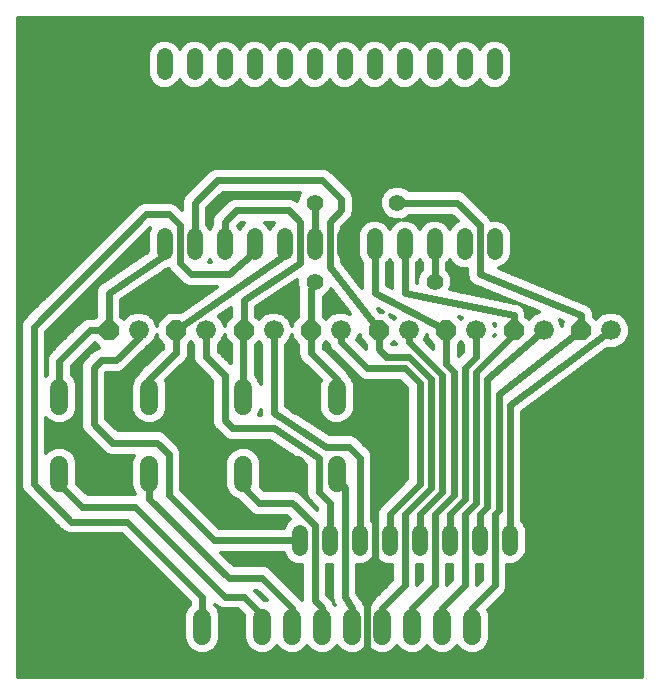
<source format=gbl>
G75*
G70*
%OFA0B0*%
%FSLAX24Y24*%
%IPPOS*%
%LPD*%
%AMOC8*
5,1,8,0,0,1.08239X$1,22.5*
%
%ADD10OC8,0.0660*%
%ADD11C,0.0660*%
%ADD12C,0.0600*%
%ADD13C,0.0520*%
%ADD14C,0.2300*%
%ADD15C,0.0240*%
%ADD16C,0.0120*%
%ADD17C,0.0560*%
D10*
X003601Y012106D03*
X005851Y012106D03*
X008101Y012106D03*
X010351Y012106D03*
X012601Y012106D03*
X014851Y012106D03*
X017101Y012106D03*
X019351Y012106D03*
D11*
X020351Y012106D03*
X018101Y012106D03*
X015851Y012106D03*
X013601Y012106D03*
X011351Y012106D03*
X009101Y012106D03*
X006851Y012106D03*
X004601Y012106D03*
D12*
X004961Y010186D02*
X004961Y009586D01*
X003741Y009586D02*
X003741Y010186D01*
X001961Y010186D02*
X001961Y009586D01*
X001961Y007626D02*
X001961Y007026D01*
X003741Y007026D02*
X003741Y007626D01*
X004961Y007626D02*
X004961Y007026D01*
X006741Y007026D02*
X006741Y007626D01*
X008086Y007626D02*
X008086Y007026D01*
X009866Y007026D02*
X009866Y007626D01*
X011211Y007626D02*
X011211Y007026D01*
X012991Y007026D02*
X012991Y007626D01*
X012991Y009586D02*
X012991Y010186D01*
X011211Y010186D02*
X011211Y009586D01*
X009866Y009586D02*
X009866Y010186D01*
X008086Y010186D02*
X008086Y009586D01*
X006741Y009586D02*
X006741Y010186D01*
X006726Y002531D02*
X006726Y001931D01*
X007726Y001931D02*
X007726Y002531D01*
X008726Y002531D02*
X008726Y001931D01*
X009726Y001931D02*
X009726Y002531D01*
X010726Y002531D02*
X010726Y001931D01*
X011726Y001931D02*
X011726Y002531D01*
X012726Y002531D02*
X012726Y001931D01*
X013726Y001931D02*
X013726Y002531D01*
X014726Y002531D02*
X014726Y001931D01*
X015726Y001931D02*
X015726Y002531D01*
D13*
X015976Y004846D02*
X015976Y005366D01*
X014976Y005366D02*
X014976Y004846D01*
X013976Y004846D02*
X013976Y005366D01*
X012976Y005366D02*
X012976Y004846D01*
X011976Y004846D02*
X011976Y005366D01*
X010976Y005366D02*
X010976Y004846D01*
X009976Y004846D02*
X009976Y005366D01*
X016976Y005366D02*
X016976Y004846D01*
X017976Y004846D02*
X017976Y005366D01*
X016476Y014721D02*
X016476Y015241D01*
X015476Y015241D02*
X015476Y014721D01*
X014476Y014721D02*
X014476Y015241D01*
X013476Y015241D02*
X013476Y014721D01*
X012476Y014721D02*
X012476Y015241D01*
X011476Y015241D02*
X011476Y014721D01*
X010476Y014721D02*
X010476Y015241D01*
X009476Y015241D02*
X009476Y014721D01*
X008476Y014721D02*
X008476Y015241D01*
X007476Y015241D02*
X007476Y014721D01*
X006476Y014721D02*
X006476Y015241D01*
X005476Y015241D02*
X005476Y014721D01*
X005476Y020721D02*
X005476Y021241D01*
X006476Y021241D02*
X006476Y020721D01*
X007476Y020721D02*
X007476Y021241D01*
X008476Y021241D02*
X008476Y020721D01*
X009476Y020721D02*
X009476Y021241D01*
X010476Y021241D02*
X010476Y020721D01*
X011476Y020721D02*
X011476Y021241D01*
X012476Y021241D02*
X012476Y020721D01*
X013476Y020721D02*
X013476Y021241D01*
X014476Y021241D02*
X014476Y020721D01*
X015476Y020721D02*
X015476Y021241D01*
X016476Y021241D02*
X016476Y020721D01*
D14*
X019101Y020731D03*
X002851Y020731D03*
X002851Y002856D03*
X019101Y002856D03*
D15*
X019601Y005106D01*
X021226Y006731D01*
X021226Y013106D01*
X016601Y017106D01*
X019101Y020731D01*
X016601Y017106D02*
X012976Y017106D01*
X010601Y019606D01*
X003976Y019606D01*
X002851Y020731D01*
X007226Y017106D02*
X006476Y016356D01*
X006476Y014981D01*
X005976Y015606D02*
X005976Y014356D01*
X006351Y013981D01*
X007601Y013981D01*
X008351Y014606D01*
X008476Y014981D01*
X007476Y014981D02*
X007476Y015731D01*
X007851Y016106D01*
X009601Y016106D01*
X009976Y015731D01*
X009976Y014356D01*
X008101Y013106D01*
X008101Y012106D01*
X008101Y011981D01*
X008086Y011996D01*
X008086Y009886D01*
X007476Y010606D02*
X007476Y009106D01*
X007726Y008856D01*
X009101Y008856D01*
X010601Y007856D01*
X010601Y006731D01*
X010976Y006356D01*
X010976Y005106D01*
X010476Y005606D02*
X010476Y003106D01*
X010726Y002856D01*
X010726Y002231D01*
X009726Y002231D02*
X009726Y002856D01*
X008726Y003856D01*
X007601Y003856D01*
X004961Y006496D01*
X004961Y007326D01*
X005601Y007981D02*
X005601Y006606D01*
X007101Y005106D01*
X009976Y005106D01*
X010476Y005606D02*
X009726Y006356D01*
X008601Y006356D01*
X008211Y006746D01*
X008086Y007326D01*
X009476Y009106D02*
X010851Y008231D01*
X011601Y008231D01*
X011976Y007856D01*
X011976Y005106D01*
X012976Y005106D02*
X012976Y005981D01*
X013976Y006981D01*
X013976Y010356D01*
X013476Y010856D01*
X012226Y010856D01*
X011351Y011731D01*
X011351Y012106D01*
X010351Y012106D02*
X010351Y011356D01*
X011211Y010496D01*
X011211Y009886D01*
X012601Y011481D02*
X012851Y011231D01*
X013601Y011231D01*
X014351Y010481D01*
X014351Y006856D01*
X013476Y005981D01*
X013476Y003606D01*
X012726Y002856D01*
X012726Y002231D01*
X011726Y002231D02*
X011726Y002856D01*
X011476Y003231D01*
X011476Y006856D01*
X011211Y007246D01*
X011211Y007326D01*
X012476Y006481D02*
X012476Y003731D01*
X012226Y003481D01*
X012226Y000981D01*
X012101Y000856D01*
X007726Y000856D01*
X007101Y000856D02*
X007726Y001481D01*
X007726Y002231D01*
X007726Y001606D01*
X008351Y000981D01*
X016976Y000981D01*
X017476Y001481D01*
X017476Y003481D01*
X017976Y003981D01*
X017976Y005106D01*
X019601Y005106D01*
X016976Y005106D02*
X016976Y009606D01*
X020351Y012106D01*
X019351Y012106D02*
X016601Y009981D01*
X016601Y006106D01*
X016476Y005981D01*
X016476Y003606D01*
X015726Y002856D01*
X015726Y002231D01*
X014726Y002231D02*
X014726Y002856D01*
X015476Y003606D01*
X015476Y005981D01*
X015851Y006356D01*
X015851Y010731D01*
X017101Y011981D01*
X017101Y012106D01*
X017101Y012606D01*
X013476Y013356D01*
X013476Y014981D01*
X014476Y014981D02*
X014476Y013731D01*
X015976Y013981D02*
X015976Y015606D01*
X015226Y016356D01*
X013226Y016356D01*
X012976Y017106D02*
X012726Y017106D01*
X012101Y016481D01*
X012101Y015981D01*
X011476Y015356D01*
X011476Y014981D01*
X010976Y014231D02*
X010976Y015731D01*
X011351Y016106D01*
X011351Y016481D01*
X010726Y017106D01*
X007226Y017106D01*
X005976Y015606D02*
X005601Y015981D01*
X004851Y015981D01*
X001101Y012231D01*
X001101Y006981D01*
X002351Y005731D01*
X004226Y005731D01*
X006726Y003231D01*
X006726Y002231D01*
X007476Y003231D02*
X008101Y003231D01*
X008601Y002731D01*
X008601Y002356D01*
X008726Y002231D01*
X007476Y003231D02*
X004476Y006231D01*
X002726Y006231D01*
X001961Y006996D01*
X001961Y007326D01*
X003101Y008981D02*
X003726Y008356D01*
X005226Y008356D01*
X005601Y007981D01*
X004961Y009886D02*
X004961Y010496D01*
X005851Y011356D01*
X005851Y012106D01*
X009476Y014606D01*
X009476Y014981D01*
X010476Y014981D02*
X010476Y016356D01*
X010976Y014231D02*
X012601Y012106D01*
X012601Y011481D01*
X013601Y011731D02*
X014726Y010606D01*
X014726Y006731D01*
X013976Y005981D01*
X013976Y005106D01*
X014476Y005981D02*
X014476Y003606D01*
X013726Y002856D01*
X013726Y002231D01*
X014976Y005106D02*
X014976Y005981D01*
X015476Y006481D01*
X015476Y010856D01*
X015851Y011231D01*
X015851Y012106D01*
X014851Y012106D02*
X014851Y010981D01*
X015101Y010731D01*
X015101Y006606D01*
X014476Y005981D01*
X012976Y006981D02*
X012976Y007231D01*
X012976Y006981D02*
X012476Y006481D01*
X009476Y009106D02*
X009101Y009356D01*
X009101Y012106D01*
X010351Y012106D02*
X010351Y013481D01*
X010476Y013606D01*
X010476Y013731D01*
X012476Y013356D02*
X012476Y014981D01*
X012476Y013356D02*
X014851Y012106D01*
X013601Y012106D02*
X013601Y011731D01*
X015976Y013981D02*
X019351Y012606D01*
X019351Y012106D01*
X018101Y012106D02*
X016226Y010481D01*
X016226Y006231D01*
X015976Y005981D01*
X015976Y005106D01*
X007476Y010606D02*
X006851Y011231D01*
X006851Y012106D01*
X004601Y012106D02*
X004601Y011856D01*
X003851Y011106D01*
X003351Y011106D01*
X003101Y010856D01*
X003101Y008981D01*
X001961Y009886D02*
X001961Y011091D01*
X002976Y012106D01*
X003601Y012106D01*
X003601Y013356D01*
X005476Y014606D01*
X005476Y014981D01*
X002851Y002856D02*
X004601Y000856D01*
X007101Y000856D01*
D16*
X000565Y000566D02*
X000565Y022513D01*
X021391Y022513D01*
X021391Y000566D01*
X000565Y000566D01*
X000565Y000598D02*
X021391Y000598D01*
X021391Y000716D02*
X000565Y000716D01*
X000565Y000835D02*
X021391Y000835D01*
X021391Y000953D02*
X000565Y000953D01*
X000565Y001072D02*
X021391Y001072D01*
X021391Y001190D02*
X000565Y001190D01*
X000565Y001309D02*
X021391Y001309D01*
X021391Y001427D02*
X016070Y001427D01*
X016065Y001423D02*
X016234Y001591D01*
X016326Y001812D01*
X016326Y002651D01*
X016264Y002800D01*
X016832Y003368D01*
X016896Y003523D01*
X016896Y003690D01*
X016896Y004286D01*
X017087Y004286D01*
X017293Y004372D01*
X017450Y004529D01*
X017536Y004735D01*
X017536Y005478D01*
X017450Y005684D01*
X017396Y005738D01*
X017396Y009395D01*
X020213Y011482D01*
X020225Y011476D01*
X020476Y011476D01*
X020707Y011572D01*
X020885Y011749D01*
X020981Y011981D01*
X020981Y012232D01*
X020885Y012463D01*
X020707Y012640D01*
X020476Y012736D01*
X020225Y012736D01*
X019994Y012640D01*
X019851Y012497D01*
X019771Y012577D01*
X019771Y012605D01*
X019771Y012690D01*
X019770Y012691D01*
X019770Y012692D01*
X019738Y012768D01*
X019707Y012844D01*
X019706Y012845D01*
X019705Y012846D01*
X019644Y012907D01*
X019588Y012962D01*
X019587Y012963D01*
X019586Y012964D01*
X019509Y012995D01*
X019434Y013026D01*
X019433Y013026D01*
X016617Y014174D01*
X016793Y014247D01*
X016950Y014404D01*
X017036Y014610D01*
X017036Y015353D01*
X016950Y015559D01*
X016793Y015716D01*
X016587Y015801D01*
X016364Y015801D01*
X016351Y015796D01*
X016332Y015844D01*
X015582Y016594D01*
X015463Y016712D01*
X015309Y016776D01*
X013626Y016776D01*
X013554Y016848D01*
X013341Y016936D01*
X013110Y016936D01*
X012897Y016848D01*
X012734Y016685D01*
X012646Y016472D01*
X012646Y016241D01*
X012734Y016028D01*
X012897Y015865D01*
X013110Y015776D01*
X013304Y015776D01*
X013158Y015716D01*
X013001Y015559D01*
X012976Y015497D01*
X012950Y015559D01*
X012793Y015716D01*
X012587Y015801D01*
X012364Y015801D01*
X012158Y015716D01*
X012001Y015559D01*
X011916Y015353D01*
X011916Y014610D01*
X012001Y014404D01*
X012056Y014349D01*
X012056Y013510D01*
X011396Y014374D01*
X011396Y015557D01*
X011588Y015750D01*
X011707Y015868D01*
X011771Y016023D01*
X011771Y016398D01*
X011771Y016565D01*
X011707Y016719D01*
X011082Y017344D01*
X010963Y017462D01*
X010809Y017526D01*
X007309Y017526D01*
X007142Y017526D01*
X006988Y017462D01*
X006238Y016712D01*
X006119Y016594D01*
X006056Y016440D01*
X006056Y016120D01*
X005957Y016219D01*
X005838Y016337D01*
X005684Y016401D01*
X004934Y016401D01*
X004767Y016401D01*
X004613Y016337D01*
X000863Y012587D01*
X000744Y012469D01*
X000681Y012315D01*
X000681Y007065D01*
X000681Y006898D01*
X000744Y006743D01*
X001994Y005493D01*
X002113Y005375D01*
X002267Y005311D01*
X004052Y005311D01*
X006306Y003057D01*
X006306Y002960D01*
X006217Y002871D01*
X006126Y002651D01*
X006126Y001812D01*
X006217Y001591D01*
X006386Y001423D01*
X006606Y001331D01*
X006845Y001331D01*
X007065Y001423D01*
X007234Y001591D01*
X007326Y001812D01*
X007326Y002651D01*
X007234Y002871D01*
X007146Y002960D01*
X007146Y002967D01*
X007238Y002875D01*
X007392Y002811D01*
X007927Y002811D01*
X008126Y002612D01*
X008126Y001812D01*
X008217Y001591D01*
X008386Y001423D01*
X008606Y001331D01*
X008845Y001331D01*
X009065Y001423D01*
X009226Y001583D01*
X009386Y001423D01*
X009606Y001331D01*
X009845Y001331D01*
X010065Y001423D01*
X010226Y001583D01*
X010386Y001423D01*
X010606Y001331D01*
X010845Y001331D01*
X011065Y001423D01*
X011226Y001583D01*
X011386Y001423D01*
X011606Y001331D01*
X011845Y001331D01*
X012065Y001423D01*
X012226Y001583D01*
X012386Y001423D01*
X012606Y001331D01*
X012845Y001331D01*
X013065Y001423D01*
X013226Y001583D01*
X013386Y001423D01*
X013606Y001331D01*
X013845Y001331D01*
X014065Y001423D01*
X014226Y001583D01*
X014386Y001423D01*
X014606Y001331D01*
X014845Y001331D01*
X015065Y001423D01*
X015226Y001583D01*
X015386Y001423D01*
X015606Y001331D01*
X015845Y001331D01*
X016065Y001423D01*
X016189Y001546D02*
X021391Y001546D01*
X021391Y001664D02*
X016264Y001664D01*
X016314Y001783D02*
X021391Y001783D01*
X021391Y001902D02*
X016326Y001902D01*
X016326Y002020D02*
X021391Y002020D01*
X021391Y002139D02*
X016326Y002139D01*
X016326Y002257D02*
X021391Y002257D01*
X021391Y002376D02*
X016326Y002376D01*
X016326Y002494D02*
X021391Y002494D01*
X021391Y002613D02*
X016326Y002613D01*
X016292Y002731D02*
X021391Y002731D01*
X021391Y002850D02*
X016313Y002850D01*
X016432Y002968D02*
X021391Y002968D01*
X021391Y003087D02*
X016550Y003087D01*
X016669Y003206D02*
X021391Y003206D01*
X021391Y003324D02*
X016787Y003324D01*
X016862Y003443D02*
X021391Y003443D01*
X021391Y003561D02*
X016896Y003561D01*
X016896Y003680D02*
X021391Y003680D01*
X021391Y003798D02*
X016896Y003798D01*
X016896Y003917D02*
X021391Y003917D01*
X021391Y004035D02*
X016896Y004035D01*
X016896Y004154D02*
X021391Y004154D01*
X021391Y004272D02*
X016896Y004272D01*
X017312Y004391D02*
X021391Y004391D01*
X021391Y004509D02*
X017431Y004509D01*
X017491Y004628D02*
X021391Y004628D01*
X021391Y004747D02*
X017536Y004747D01*
X017536Y004865D02*
X021391Y004865D01*
X021391Y004984D02*
X017536Y004984D01*
X017536Y005102D02*
X021391Y005102D01*
X021391Y005221D02*
X017536Y005221D01*
X017536Y005339D02*
X021391Y005339D01*
X021391Y005458D02*
X017536Y005458D01*
X017495Y005576D02*
X021391Y005576D01*
X021391Y005695D02*
X017439Y005695D01*
X017396Y005813D02*
X021391Y005813D01*
X021391Y005932D02*
X017396Y005932D01*
X017396Y006051D02*
X021391Y006051D01*
X021391Y006169D02*
X017396Y006169D01*
X017396Y006288D02*
X021391Y006288D01*
X021391Y006406D02*
X017396Y006406D01*
X017396Y006525D02*
X021391Y006525D01*
X021391Y006643D02*
X017396Y006643D01*
X017396Y006762D02*
X021391Y006762D01*
X021391Y006880D02*
X017396Y006880D01*
X017396Y006999D02*
X021391Y006999D01*
X021391Y007117D02*
X017396Y007117D01*
X017396Y007236D02*
X021391Y007236D01*
X021391Y007355D02*
X017396Y007355D01*
X017396Y007473D02*
X021391Y007473D01*
X021391Y007592D02*
X017396Y007592D01*
X017396Y007710D02*
X021391Y007710D01*
X021391Y007829D02*
X017396Y007829D01*
X017396Y007947D02*
X021391Y007947D01*
X021391Y008066D02*
X017396Y008066D01*
X017396Y008184D02*
X021391Y008184D01*
X021391Y008303D02*
X017396Y008303D01*
X017396Y008421D02*
X021391Y008421D01*
X021391Y008540D02*
X017396Y008540D01*
X017396Y008659D02*
X021391Y008659D01*
X021391Y008777D02*
X017396Y008777D01*
X017396Y008896D02*
X021391Y008896D01*
X021391Y009014D02*
X017396Y009014D01*
X017396Y009133D02*
X021391Y009133D01*
X021391Y009251D02*
X017396Y009251D01*
X017396Y009370D02*
X021391Y009370D01*
X021391Y009488D02*
X017522Y009488D01*
X017682Y009607D02*
X021391Y009607D01*
X021391Y009725D02*
X017842Y009725D01*
X018002Y009844D02*
X021391Y009844D01*
X021391Y009962D02*
X018162Y009962D01*
X018322Y010081D02*
X021391Y010081D01*
X021391Y010200D02*
X018482Y010200D01*
X018642Y010318D02*
X021391Y010318D01*
X021391Y010437D02*
X018802Y010437D01*
X018962Y010555D02*
X021391Y010555D01*
X021391Y010674D02*
X019122Y010674D01*
X019282Y010792D02*
X021391Y010792D01*
X021391Y010911D02*
X019442Y010911D01*
X019602Y011029D02*
X021391Y011029D01*
X021391Y011148D02*
X019762Y011148D01*
X019922Y011266D02*
X021391Y011266D01*
X021391Y011385D02*
X020082Y011385D01*
X020542Y011504D02*
X021391Y011504D01*
X021391Y011622D02*
X020757Y011622D01*
X020876Y011741D02*
X021391Y011741D01*
X021391Y011859D02*
X020930Y011859D01*
X020979Y011978D02*
X021391Y011978D01*
X021391Y012096D02*
X020981Y012096D01*
X020981Y012215D02*
X021391Y012215D01*
X021391Y012333D02*
X020938Y012333D01*
X020889Y012452D02*
X021391Y012452D01*
X021391Y012570D02*
X020777Y012570D01*
X020590Y012689D02*
X021391Y012689D01*
X021391Y012808D02*
X019722Y012808D01*
X019771Y012689D02*
X020111Y012689D01*
X019924Y012570D02*
X019777Y012570D01*
X019625Y012926D02*
X021391Y012926D01*
X021391Y013045D02*
X019388Y013045D01*
X019097Y013163D02*
X021391Y013163D01*
X021391Y013282D02*
X018806Y013282D01*
X018515Y013400D02*
X021391Y013400D01*
X021391Y013519D02*
X018224Y013519D01*
X017933Y013637D02*
X021391Y013637D01*
X021391Y013756D02*
X017642Y013756D01*
X017351Y013874D02*
X021391Y013874D01*
X021391Y013993D02*
X017060Y013993D01*
X016769Y014111D02*
X021391Y014111D01*
X021391Y014230D02*
X016753Y014230D01*
X016895Y014349D02*
X021391Y014349D01*
X021391Y014467D02*
X016976Y014467D01*
X017025Y014586D02*
X021391Y014586D01*
X021391Y014704D02*
X017036Y014704D01*
X017036Y014823D02*
X021391Y014823D01*
X021391Y014941D02*
X017036Y014941D01*
X017036Y015060D02*
X021391Y015060D01*
X021391Y015178D02*
X017036Y015178D01*
X017036Y015297D02*
X021391Y015297D01*
X021391Y015415D02*
X017010Y015415D01*
X016960Y015534D02*
X021391Y015534D01*
X021391Y015653D02*
X016856Y015653D01*
X016660Y015771D02*
X021391Y015771D01*
X021391Y015890D02*
X016286Y015890D01*
X016168Y016008D02*
X021391Y016008D01*
X021391Y016127D02*
X016049Y016127D01*
X015931Y016245D02*
X021391Y016245D01*
X021391Y016364D02*
X015812Y016364D01*
X015693Y016482D02*
X021391Y016482D01*
X021391Y016601D02*
X015575Y016601D01*
X015446Y016719D02*
X021391Y016719D01*
X021391Y016838D02*
X013564Y016838D01*
X012887Y016838D02*
X011588Y016838D01*
X011706Y016719D02*
X012768Y016719D01*
X012699Y016601D02*
X011756Y016601D01*
X011771Y016482D02*
X012650Y016482D01*
X012646Y016364D02*
X011771Y016364D01*
X011771Y016245D02*
X012646Y016245D01*
X012693Y016127D02*
X011771Y016127D01*
X011764Y016008D02*
X012753Y016008D01*
X012872Y015890D02*
X011715Y015890D01*
X011609Y015771D02*
X012291Y015771D01*
X012095Y015653D02*
X011491Y015653D01*
X011396Y015534D02*
X011991Y015534D01*
X011942Y015415D02*
X011396Y015415D01*
X011396Y015297D02*
X011916Y015297D01*
X011916Y015178D02*
X011396Y015178D01*
X011396Y015060D02*
X011916Y015060D01*
X011916Y014941D02*
X011396Y014941D01*
X011396Y014823D02*
X011916Y014823D01*
X011916Y014704D02*
X011396Y014704D01*
X011396Y014586D02*
X011926Y014586D01*
X011975Y014467D02*
X011396Y014467D01*
X011415Y014349D02*
X012056Y014349D01*
X012056Y014230D02*
X011505Y014230D01*
X011596Y014111D02*
X012056Y014111D01*
X012056Y013993D02*
X011687Y013993D01*
X011777Y013874D02*
X012056Y013874D01*
X012056Y013756D02*
X011868Y013756D01*
X011958Y013637D02*
X012056Y013637D01*
X012049Y013519D02*
X012056Y013519D01*
X011354Y013045D02*
X010771Y013045D01*
X010771Y013163D02*
X011264Y013163D01*
X011173Y013282D02*
X010846Y013282D01*
X010804Y013240D02*
X010771Y013226D01*
X010771Y012577D01*
X010851Y012497D01*
X010994Y012640D01*
X011225Y012736D01*
X011476Y012736D01*
X011643Y012667D01*
X011007Y013499D01*
X010967Y013403D01*
X010804Y013240D01*
X010965Y013400D02*
X011082Y013400D01*
X010771Y012926D02*
X011445Y012926D01*
X011536Y012808D02*
X010771Y012808D01*
X010771Y012689D02*
X011111Y012689D01*
X010924Y012570D02*
X010777Y012570D01*
X011590Y012689D02*
X011626Y012689D01*
X011971Y011957D02*
X011971Y011845D01*
X012181Y011635D01*
X012181Y011565D01*
X012181Y011495D01*
X011897Y011779D01*
X011971Y011957D01*
X011971Y011859D02*
X011930Y011859D01*
X011935Y011741D02*
X012075Y011741D01*
X012054Y011622D02*
X012181Y011622D01*
X012172Y011504D02*
X012181Y011504D01*
X011577Y010911D02*
X011390Y010911D01*
X011459Y011029D02*
X011271Y011029D01*
X011340Y011148D02*
X011153Y011148D01*
X011221Y011266D02*
X011034Y011266D01*
X011103Y011385D02*
X010916Y011385D01*
X010994Y011493D02*
X010939Y011627D01*
X010851Y011715D01*
X010771Y011635D01*
X010771Y011530D01*
X011567Y010734D01*
X011606Y010640D01*
X011719Y010526D01*
X011811Y010306D01*
X011811Y009467D01*
X011719Y009246D01*
X011550Y009078D01*
X011330Y008986D01*
X011091Y008986D01*
X010871Y009078D01*
X010702Y009246D01*
X010611Y009467D01*
X010611Y010306D01*
X010668Y010445D01*
X010113Y011000D01*
X009994Y011118D01*
X009931Y011273D01*
X009931Y011635D01*
X009721Y011845D01*
X009721Y011957D01*
X009635Y011749D01*
X009521Y011635D01*
X009521Y009581D01*
X009705Y009458D01*
X010973Y008651D01*
X011517Y008651D01*
X011684Y008651D01*
X011838Y008587D01*
X012213Y008212D01*
X012332Y008094D01*
X012396Y007940D01*
X012396Y005738D01*
X012450Y005684D01*
X012476Y005623D01*
X012501Y005684D01*
X012556Y005738D01*
X012556Y006065D01*
X012619Y006219D01*
X012738Y006337D01*
X013556Y007155D01*
X013556Y010182D01*
X013302Y010436D01*
X012142Y010436D01*
X011988Y010500D01*
X011869Y010618D01*
X010994Y011493D01*
X010990Y011504D02*
X010797Y011504D01*
X010771Y011622D02*
X010941Y011622D01*
X010202Y010911D02*
X009521Y010911D01*
X009521Y011029D02*
X010084Y011029D01*
X009982Y011148D02*
X009521Y011148D01*
X009521Y011266D02*
X009933Y011266D01*
X009931Y011385D02*
X009521Y011385D01*
X009521Y011504D02*
X009931Y011504D01*
X009931Y011622D02*
X009521Y011622D01*
X009626Y011741D02*
X009825Y011741D01*
X009721Y011859D02*
X009680Y011859D01*
X009721Y012256D02*
X009635Y012463D01*
X009457Y012640D01*
X009226Y012736D01*
X008975Y012736D01*
X008744Y012640D01*
X008601Y012497D01*
X008521Y012577D01*
X008521Y012882D01*
X009896Y013798D01*
X009896Y013616D01*
X009931Y013531D01*
X009931Y013398D01*
X009931Y012577D01*
X009721Y012367D01*
X009721Y012256D01*
X009721Y012333D02*
X009688Y012333D01*
X009639Y012452D02*
X009805Y012452D01*
X009924Y012570D02*
X009527Y012570D01*
X009340Y012689D02*
X009931Y012689D01*
X009931Y012808D02*
X008521Y012808D01*
X008521Y012689D02*
X008861Y012689D01*
X008674Y012570D02*
X008527Y012570D01*
X008587Y012926D02*
X009931Y012926D01*
X009931Y013045D02*
X008765Y013045D01*
X008943Y013163D02*
X009931Y013163D01*
X009931Y013282D02*
X009121Y013282D01*
X009299Y013400D02*
X009931Y013400D01*
X009931Y013519D02*
X009476Y013519D01*
X009654Y013637D02*
X009896Y013637D01*
X009896Y013756D02*
X009832Y013756D01*
X008976Y015497D02*
X008950Y015559D01*
X008822Y015686D01*
X009129Y015686D01*
X009001Y015559D01*
X008976Y015497D01*
X008991Y015534D02*
X008960Y015534D01*
X008856Y015653D02*
X009095Y015653D01*
X008129Y015686D02*
X008001Y015559D01*
X007976Y015497D01*
X007950Y015559D01*
X007923Y015585D01*
X008024Y015686D01*
X008129Y015686D01*
X008095Y015653D02*
X007991Y015653D01*
X007991Y015534D02*
X007960Y015534D01*
X007277Y016127D02*
X006896Y016127D01*
X006896Y016182D02*
X007399Y016686D01*
X009985Y016686D01*
X009984Y016685D01*
X009896Y016472D01*
X009896Y016405D01*
X009838Y016462D01*
X009684Y016526D01*
X007934Y016526D01*
X007767Y016526D01*
X007613Y016462D01*
X007238Y016087D01*
X007119Y015969D01*
X007056Y015815D01*
X007056Y015613D01*
X007001Y015559D01*
X006976Y015497D01*
X006950Y015559D01*
X006896Y015613D01*
X006896Y016182D01*
X006958Y016245D02*
X007396Y016245D01*
X007514Y016364D02*
X007077Y016364D01*
X007196Y016482D02*
X007661Y016482D01*
X007314Y016601D02*
X009949Y016601D01*
X009900Y016482D02*
X009790Y016482D01*
X010995Y017431D02*
X021391Y017431D01*
X021391Y017549D02*
X000565Y017549D01*
X000565Y017431D02*
X006956Y017431D01*
X006837Y017312D02*
X000565Y017312D01*
X000565Y017194D02*
X006719Y017194D01*
X006600Y017075D02*
X000565Y017075D01*
X000565Y016957D02*
X006482Y016957D01*
X006363Y016838D02*
X000565Y016838D01*
X000565Y016719D02*
X006245Y016719D01*
X006126Y016601D02*
X000565Y016601D01*
X000565Y016482D02*
X006073Y016482D01*
X006056Y016364D02*
X005775Y016364D01*
X005931Y016245D02*
X006056Y016245D01*
X006049Y016127D02*
X006056Y016127D01*
X006896Y016008D02*
X007158Y016008D01*
X007087Y015890D02*
X006896Y015890D01*
X006896Y015771D02*
X007056Y015771D01*
X007056Y015653D02*
X006896Y015653D01*
X006960Y015534D02*
X006991Y015534D01*
X006976Y014465D02*
X007001Y014404D01*
X007004Y014401D01*
X006947Y014401D01*
X006950Y014404D01*
X006976Y014465D01*
X007221Y013561D02*
X006434Y013561D01*
X006267Y013561D01*
X006113Y013625D01*
X005738Y014000D01*
X005619Y014118D01*
X005600Y014167D01*
X005587Y014161D01*
X005565Y014161D01*
X004021Y013132D01*
X004021Y012577D01*
X004101Y012497D01*
X004244Y012640D01*
X004475Y012736D01*
X004726Y012736D01*
X004957Y012640D01*
X005135Y012463D01*
X005221Y012256D01*
X005221Y012367D01*
X005590Y012736D01*
X006024Y012736D01*
X007221Y013561D01*
X007159Y013519D02*
X004601Y013519D01*
X004424Y013400D02*
X006987Y013400D01*
X006815Y013282D02*
X004246Y013282D01*
X004068Y013163D02*
X006643Y013163D01*
X006471Y013045D02*
X004021Y013045D01*
X004021Y012926D02*
X006299Y012926D01*
X006128Y012808D02*
X004021Y012808D01*
X004021Y012689D02*
X004361Y012689D01*
X004174Y012570D02*
X004027Y012570D01*
X004840Y012689D02*
X005542Y012689D01*
X005424Y012570D02*
X005027Y012570D01*
X005139Y012452D02*
X005305Y012452D01*
X005221Y012333D02*
X005188Y012333D01*
X005221Y011957D02*
X005221Y011845D01*
X005431Y011635D01*
X005431Y011534D01*
X004726Y010854D01*
X004723Y010852D01*
X004666Y010796D01*
X004609Y010740D01*
X004607Y010737D01*
X004604Y010734D01*
X004574Y010660D01*
X004565Y010639D01*
X004452Y010526D01*
X004361Y010306D01*
X004361Y009467D01*
X004452Y009246D01*
X004621Y009078D01*
X004841Y008986D01*
X005080Y008986D01*
X005300Y009078D01*
X005469Y009246D01*
X005561Y009467D01*
X005561Y010306D01*
X005505Y010439D01*
X006085Y010999D01*
X006088Y011000D01*
X006145Y011057D01*
X006202Y011112D01*
X006204Y011116D01*
X006207Y011118D01*
X006237Y011193D01*
X006269Y011266D01*
X006269Y011269D01*
X006271Y011273D01*
X006271Y011353D01*
X006272Y011433D01*
X006271Y011436D01*
X006271Y011635D01*
X006351Y011715D01*
X006431Y011635D01*
X006431Y011148D01*
X006219Y011148D01*
X006269Y011266D02*
X006431Y011266D01*
X006431Y011148D02*
X006494Y010993D01*
X006613Y010875D01*
X007056Y010432D01*
X007056Y009190D01*
X007056Y009023D01*
X007119Y008868D01*
X007369Y008618D01*
X007488Y008500D01*
X007642Y008436D01*
X008973Y008436D01*
X010181Y007632D01*
X010181Y006815D01*
X010181Y006648D01*
X010244Y006493D01*
X010556Y006182D01*
X010556Y006120D01*
X009963Y006712D01*
X009809Y006776D01*
X009642Y006776D01*
X008774Y006776D01*
X008673Y006877D01*
X008686Y006907D01*
X008686Y007746D01*
X008594Y007966D01*
X008425Y008135D01*
X008205Y008226D01*
X007966Y008226D01*
X007746Y008135D01*
X007577Y007966D01*
X007486Y007746D01*
X007486Y006907D01*
X007577Y006686D01*
X007746Y006518D01*
X007903Y006452D01*
X007913Y006439D01*
X007945Y006418D01*
X008244Y006118D01*
X008363Y006000D01*
X008517Y005936D01*
X009552Y005936D01*
X009653Y005835D01*
X009501Y005684D01*
X009436Y005526D01*
X007274Y005526D01*
X006021Y006780D01*
X006021Y008065D01*
X005957Y008219D01*
X005838Y008337D01*
X005463Y008712D01*
X005309Y008776D01*
X005142Y008776D01*
X003899Y008776D01*
X003521Y009155D01*
X003521Y010682D01*
X003524Y010686D01*
X003767Y010686D01*
X003934Y010686D01*
X004088Y010750D01*
X004838Y011500D01*
X004877Y011539D01*
X004957Y011572D01*
X005135Y011749D01*
X005221Y011957D01*
X005221Y011859D02*
X005180Y011859D01*
X005126Y011741D02*
X005325Y011741D01*
X005431Y011622D02*
X005007Y011622D01*
X004842Y011504D02*
X005399Y011504D01*
X005276Y011385D02*
X004723Y011385D01*
X004605Y011266D02*
X005153Y011266D01*
X005031Y011148D02*
X004486Y011148D01*
X004368Y011029D02*
X004908Y011029D01*
X004785Y010911D02*
X004249Y010911D01*
X004130Y010792D02*
X004662Y010792D01*
X004579Y010674D02*
X003521Y010674D01*
X003521Y010555D02*
X004481Y010555D01*
X004415Y010437D02*
X003521Y010437D01*
X003521Y010318D02*
X004366Y010318D01*
X004361Y010200D02*
X003521Y010200D01*
X003521Y010081D02*
X004361Y010081D01*
X004361Y009962D02*
X003521Y009962D01*
X003521Y009844D02*
X004361Y009844D01*
X004361Y009725D02*
X003521Y009725D01*
X003521Y009607D02*
X004361Y009607D01*
X004361Y009488D02*
X003521Y009488D01*
X003521Y009370D02*
X004401Y009370D01*
X004450Y009251D02*
X003521Y009251D01*
X003543Y009133D02*
X004566Y009133D01*
X004774Y009014D02*
X003662Y009014D01*
X003780Y008896D02*
X007108Y008896D01*
X007059Y009014D02*
X005147Y009014D01*
X005355Y009133D02*
X007056Y009133D01*
X007056Y009251D02*
X005471Y009251D01*
X005520Y009370D02*
X007056Y009370D01*
X007056Y009488D02*
X005561Y009488D01*
X005561Y009607D02*
X007056Y009607D01*
X007056Y009725D02*
X005561Y009725D01*
X005561Y009844D02*
X007056Y009844D01*
X007056Y009962D02*
X005561Y009962D01*
X005561Y010081D02*
X007056Y010081D01*
X007056Y010200D02*
X005561Y010200D01*
X005555Y010318D02*
X007056Y010318D01*
X007051Y010437D02*
X005506Y010437D01*
X005626Y010555D02*
X006933Y010555D01*
X006814Y010674D02*
X005749Y010674D01*
X005871Y010792D02*
X006696Y010792D01*
X006613Y010875D02*
X006613Y010875D01*
X006577Y010911D02*
X005994Y010911D01*
X006118Y011029D02*
X006480Y011029D01*
X006431Y011385D02*
X006271Y011385D01*
X006271Y011504D02*
X006431Y011504D01*
X006431Y011622D02*
X006271Y011622D01*
X007271Y011622D02*
X007666Y011622D01*
X007666Y011650D02*
X007666Y011010D01*
X007271Y011405D01*
X007271Y011635D01*
X007385Y011749D01*
X007471Y011957D01*
X007471Y011845D01*
X007666Y011650D01*
X007575Y011741D02*
X007376Y011741D01*
X007430Y011859D02*
X007471Y011859D01*
X007471Y012256D02*
X007385Y012463D01*
X007272Y012576D01*
X007681Y012858D01*
X007681Y012577D01*
X007471Y012367D01*
X007471Y012256D01*
X007471Y012333D02*
X007438Y012333D01*
X007389Y012452D02*
X007555Y012452D01*
X007674Y012570D02*
X007277Y012570D01*
X007435Y012689D02*
X007681Y012689D01*
X007681Y012808D02*
X007607Y012808D01*
X008601Y011715D02*
X008506Y011620D01*
X008506Y010615D01*
X008594Y010526D01*
X008681Y010318D01*
X008680Y010318D01*
X008681Y010318D02*
X008681Y011635D01*
X008601Y011715D01*
X008681Y011622D02*
X008507Y011622D01*
X008506Y011504D02*
X008681Y011504D01*
X008681Y011385D02*
X008506Y011385D01*
X008506Y011266D02*
X008681Y011266D01*
X008681Y011148D02*
X008506Y011148D01*
X008506Y011029D02*
X008681Y011029D01*
X008681Y010911D02*
X008506Y010911D01*
X008506Y010792D02*
X008681Y010792D01*
X008681Y010674D02*
X008506Y010674D01*
X008565Y010555D02*
X008681Y010555D01*
X008681Y010437D02*
X008631Y010437D01*
X009521Y010437D02*
X010665Y010437D01*
X010616Y010318D02*
X009521Y010318D01*
X009521Y010200D02*
X010611Y010200D01*
X010611Y010081D02*
X009521Y010081D01*
X009521Y009962D02*
X010611Y009962D01*
X010611Y009844D02*
X009521Y009844D01*
X009521Y009725D02*
X010611Y009725D01*
X010611Y009607D02*
X009521Y009607D01*
X009660Y009488D02*
X010611Y009488D01*
X010651Y009370D02*
X009844Y009370D01*
X010030Y009251D02*
X010700Y009251D01*
X010816Y009133D02*
X010216Y009133D01*
X010403Y009014D02*
X011024Y009014D01*
X010775Y008777D02*
X013556Y008777D01*
X013556Y008659D02*
X010961Y008659D01*
X010589Y008896D02*
X013556Y008896D01*
X013556Y009014D02*
X011397Y009014D01*
X011605Y009133D02*
X013556Y009133D01*
X013556Y009251D02*
X011721Y009251D01*
X011770Y009370D02*
X013556Y009370D01*
X013556Y009488D02*
X011811Y009488D01*
X011811Y009607D02*
X013556Y009607D01*
X013556Y009725D02*
X011811Y009725D01*
X011811Y009844D02*
X013556Y009844D01*
X013556Y009962D02*
X011811Y009962D01*
X011811Y010081D02*
X013556Y010081D01*
X013538Y010200D02*
X011811Y010200D01*
X011805Y010318D02*
X013420Y010318D01*
X014431Y011495D02*
X014147Y011779D01*
X014221Y011957D01*
X014221Y011845D01*
X014431Y011635D01*
X014431Y011495D01*
X014431Y011504D02*
X014422Y011504D01*
X014431Y011622D02*
X014304Y011622D01*
X014325Y011741D02*
X014185Y011741D01*
X014180Y011859D02*
X014221Y011859D01*
X015271Y011635D02*
X015271Y011245D01*
X015431Y011405D01*
X015431Y011635D01*
X015351Y011715D01*
X015271Y011635D01*
X015271Y011622D02*
X015431Y011622D01*
X015431Y011504D02*
X015271Y011504D01*
X015271Y011385D02*
X015410Y011385D01*
X015292Y011266D02*
X015271Y011266D01*
X015351Y012497D02*
X015386Y012532D01*
X015297Y012551D01*
X015351Y012497D01*
X015336Y013400D02*
X016289Y013400D01*
X016482Y013163D02*
X016871Y013163D01*
X017055Y013045D02*
X017162Y013045D01*
X017144Y013026D02*
X014995Y013471D01*
X015056Y013616D01*
X015056Y013847D01*
X014967Y014060D01*
X014896Y014131D01*
X014896Y014349D01*
X014950Y014404D01*
X014976Y014465D01*
X015001Y014404D01*
X015158Y014247D01*
X015364Y014161D01*
X015556Y014161D01*
X015556Y014064D01*
X015555Y014062D01*
X015556Y013983D01*
X015556Y013898D01*
X015556Y013897D01*
X015556Y013895D01*
X015588Y013820D01*
X015619Y013743D01*
X015620Y013743D01*
X015621Y013741D01*
X015682Y013681D01*
X015738Y013625D01*
X015739Y013625D01*
X015740Y013624D01*
X015816Y013593D01*
X015892Y013561D01*
X015893Y013561D01*
X017947Y012725D01*
X017744Y012640D01*
X017601Y012497D01*
X017523Y012575D01*
X017529Y012603D01*
X017521Y012646D01*
X017521Y012690D01*
X017505Y012727D01*
X017497Y012767D01*
X017473Y012804D01*
X017457Y012844D01*
X017428Y012873D01*
X017406Y012907D01*
X017369Y012931D01*
X017338Y012962D01*
X017301Y012978D01*
X017267Y013001D01*
X017225Y013010D01*
X017184Y013026D01*
X017144Y013026D01*
X017377Y012926D02*
X017453Y012926D01*
X017472Y012808D02*
X017744Y012808D01*
X017861Y012689D02*
X017521Y012689D01*
X017527Y012570D02*
X017674Y012570D01*
X018644Y012441D02*
X018751Y012397D01*
X018721Y012367D01*
X018721Y012256D01*
X018644Y012441D01*
X018688Y012333D02*
X018721Y012333D01*
X016471Y012308D02*
X016471Y012256D01*
X016447Y012313D01*
X016471Y012308D01*
X016471Y011957D02*
X016462Y011937D01*
X016471Y011945D01*
X016471Y011957D01*
X016580Y013282D02*
X015909Y013282D01*
X015998Y013519D02*
X015015Y013519D01*
X015056Y013637D02*
X015726Y013637D01*
X015614Y013756D02*
X015056Y013756D01*
X015044Y013874D02*
X015565Y013874D01*
X015555Y013993D02*
X014995Y013993D01*
X014916Y014111D02*
X015556Y014111D01*
X015198Y014230D02*
X014896Y014230D01*
X014896Y014349D02*
X015056Y014349D01*
X014056Y014349D02*
X013896Y014349D01*
X013950Y014404D01*
X013976Y014465D01*
X014001Y014404D01*
X014056Y014349D01*
X014056Y014131D01*
X013984Y014060D01*
X013896Y013847D01*
X013896Y013698D01*
X013896Y013698D01*
X013896Y014349D01*
X013896Y014230D02*
X014056Y014230D01*
X014036Y014111D02*
X013896Y014111D01*
X013896Y013993D02*
X013956Y013993D01*
X013907Y013874D02*
X013896Y013874D01*
X013896Y013756D02*
X013896Y013756D01*
X013056Y013756D02*
X012896Y013756D01*
X012896Y013874D02*
X013056Y013874D01*
X013056Y013993D02*
X012896Y013993D01*
X012896Y014111D02*
X013056Y014111D01*
X013056Y014230D02*
X012896Y014230D01*
X012896Y014349D02*
X013056Y014349D01*
X013056Y013526D01*
X012896Y013610D01*
X012896Y014349D01*
X012950Y014404D01*
X012976Y014465D01*
X013001Y014404D01*
X013056Y014349D01*
X013056Y013637D02*
X012896Y013637D01*
X012577Y012828D02*
X012752Y012736D01*
X012647Y012736D01*
X012577Y012828D01*
X012593Y012808D02*
X012617Y012808D01*
X012983Y012615D02*
X013101Y012497D01*
X013137Y012534D01*
X012983Y012615D01*
X013027Y012570D02*
X013067Y012570D01*
X013101Y011715D02*
X013036Y011651D01*
X013165Y011651D01*
X013101Y011715D01*
X012141Y010437D02*
X011756Y010437D01*
X011690Y010555D02*
X011933Y010555D01*
X011814Y010674D02*
X011592Y010674D01*
X011509Y010792D02*
X011696Y010792D01*
X010558Y010555D02*
X009521Y010555D01*
X009521Y010674D02*
X010439Y010674D01*
X010321Y010792D02*
X009521Y010792D01*
X008681Y009455D02*
X008681Y009397D01*
X008672Y009356D01*
X008681Y009315D01*
X008681Y009276D01*
X008606Y009276D01*
X008681Y009455D01*
X008675Y009370D02*
X008645Y009370D01*
X008996Y008421D02*
X005754Y008421D01*
X005873Y008303D02*
X009174Y008303D01*
X009351Y008184D02*
X008306Y008184D01*
X008495Y008066D02*
X009529Y008066D01*
X009707Y007947D02*
X008602Y007947D01*
X008651Y007829D02*
X009885Y007829D01*
X010063Y007710D02*
X008686Y007710D01*
X008686Y007592D02*
X010181Y007592D01*
X010181Y007473D02*
X008686Y007473D01*
X008686Y007355D02*
X010181Y007355D01*
X010181Y007236D02*
X008686Y007236D01*
X008686Y007117D02*
X010181Y007117D01*
X010181Y006999D02*
X008686Y006999D01*
X008674Y006880D02*
X010181Y006880D01*
X010181Y006762D02*
X009844Y006762D01*
X010033Y006643D02*
X010182Y006643D01*
X010151Y006525D02*
X010231Y006525D01*
X010270Y006406D02*
X010332Y006406D01*
X010388Y006288D02*
X010450Y006288D01*
X010507Y006169D02*
X010556Y006169D01*
X009631Y005813D02*
X006987Y005813D01*
X007106Y005695D02*
X009512Y005695D01*
X009456Y005576D02*
X007224Y005576D01*
X006869Y005932D02*
X009556Y005932D01*
X009436Y004686D02*
X009501Y004529D01*
X009658Y004372D01*
X009864Y004286D01*
X010056Y004286D01*
X010056Y003190D01*
X010056Y003120D01*
X009963Y003212D01*
X008963Y004212D01*
X008809Y004276D01*
X008642Y004276D01*
X007774Y004276D01*
X007364Y004686D01*
X009436Y004686D01*
X009460Y004628D02*
X007423Y004628D01*
X007541Y004509D02*
X009520Y004509D01*
X009639Y004391D02*
X007660Y004391D01*
X008489Y003436D02*
X008552Y003436D01*
X008865Y003123D01*
X008845Y003131D01*
X008794Y003131D01*
X008489Y003436D01*
X008602Y003324D02*
X008664Y003324D01*
X008720Y003206D02*
X008782Y003206D01*
X009378Y003798D02*
X010056Y003798D01*
X010056Y003680D02*
X009496Y003680D01*
X009615Y003561D02*
X010056Y003561D01*
X010056Y003443D02*
X009733Y003443D01*
X009852Y003324D02*
X010056Y003324D01*
X010056Y003206D02*
X009970Y003206D01*
X010056Y003917D02*
X009259Y003917D01*
X009140Y004035D02*
X010056Y004035D01*
X010056Y004154D02*
X009022Y004154D01*
X008819Y004272D02*
X010056Y004272D01*
X010896Y004272D02*
X011056Y004272D01*
X011056Y004286D02*
X010896Y004286D01*
X010896Y003280D01*
X010963Y003212D01*
X011073Y003103D01*
X011072Y003109D01*
X011056Y003148D01*
X011056Y003190D01*
X011047Y003232D01*
X011056Y003273D01*
X011056Y004286D01*
X011056Y004154D02*
X010896Y004154D01*
X010896Y004035D02*
X011056Y004035D01*
X011056Y003917D02*
X010896Y003917D01*
X010896Y003798D02*
X011056Y003798D01*
X011056Y003680D02*
X010896Y003680D01*
X010896Y003561D02*
X011056Y003561D01*
X011056Y003443D02*
X010896Y003443D01*
X010896Y003324D02*
X011056Y003324D01*
X011052Y003206D02*
X010970Y003206D01*
X011126Y002987D02*
X011149Y002964D01*
X011164Y002941D01*
X011131Y002974D01*
X011126Y002987D01*
X011137Y002968D02*
X011144Y002968D01*
X011896Y003358D02*
X012052Y003124D01*
X012082Y003094D01*
X012098Y003055D01*
X012121Y003020D01*
X012129Y002979D01*
X012131Y002974D01*
X012226Y002880D01*
X012320Y002974D01*
X012369Y003094D01*
X012488Y003212D01*
X013056Y003780D01*
X013056Y004286D01*
X012864Y004286D01*
X012658Y004372D01*
X012501Y004529D01*
X012476Y004590D01*
X012450Y004529D01*
X012293Y004372D01*
X012087Y004286D01*
X011896Y004286D01*
X011896Y003358D01*
X011918Y003324D02*
X012599Y003324D01*
X012481Y003206D02*
X011997Y003206D01*
X012085Y003087D02*
X012366Y003087D01*
X012314Y002968D02*
X012137Y002968D01*
X011896Y003443D02*
X012718Y003443D01*
X012836Y003561D02*
X011896Y003561D01*
X011896Y003680D02*
X012955Y003680D01*
X013056Y003798D02*
X011896Y003798D01*
X011896Y003917D02*
X013056Y003917D01*
X013056Y004035D02*
X011896Y004035D01*
X011896Y004154D02*
X013056Y004154D01*
X013056Y004272D02*
X011896Y004272D01*
X012312Y004391D02*
X012639Y004391D01*
X012520Y004509D02*
X012431Y004509D01*
X012439Y005695D02*
X012512Y005695D01*
X012556Y005813D02*
X012396Y005813D01*
X012396Y005932D02*
X012556Y005932D01*
X012556Y006051D02*
X012396Y006051D01*
X012396Y006169D02*
X012599Y006169D01*
X012688Y006288D02*
X012396Y006288D01*
X012396Y006406D02*
X012806Y006406D01*
X012925Y006525D02*
X012396Y006525D01*
X012396Y006643D02*
X013044Y006643D01*
X013162Y006762D02*
X012396Y006762D01*
X012396Y006880D02*
X013281Y006880D01*
X013399Y006999D02*
X012396Y006999D01*
X012396Y007117D02*
X013518Y007117D01*
X013556Y007236D02*
X012396Y007236D01*
X012396Y007355D02*
X013556Y007355D01*
X013556Y007473D02*
X012396Y007473D01*
X012396Y007592D02*
X013556Y007592D01*
X013556Y007710D02*
X012396Y007710D01*
X012396Y007829D02*
X013556Y007829D01*
X013556Y007947D02*
X012392Y007947D01*
X012343Y008066D02*
X013556Y008066D01*
X013556Y008184D02*
X012241Y008184D01*
X012123Y008303D02*
X013556Y008303D01*
X013556Y008421D02*
X012004Y008421D01*
X011886Y008540D02*
X013556Y008540D01*
X013896Y004286D02*
X014056Y004286D01*
X014056Y003780D01*
X013896Y003620D01*
X013896Y003690D01*
X013896Y004286D01*
X013896Y004272D02*
X014056Y004272D01*
X014056Y004154D02*
X013896Y004154D01*
X013896Y004035D02*
X014056Y004035D01*
X014056Y003917D02*
X013896Y003917D01*
X013896Y003798D02*
X014056Y003798D01*
X013955Y003680D02*
X013896Y003680D01*
X014896Y003680D02*
X014955Y003680D01*
X014896Y003690D02*
X014896Y004286D01*
X015056Y004286D01*
X015056Y003780D01*
X014896Y003620D01*
X014896Y003690D01*
X014896Y003798D02*
X015056Y003798D01*
X015056Y003917D02*
X014896Y003917D01*
X014896Y004035D02*
X015056Y004035D01*
X015056Y004154D02*
X014896Y004154D01*
X014896Y004272D02*
X015056Y004272D01*
X015896Y004272D02*
X016056Y004272D01*
X016056Y004286D02*
X015896Y004286D01*
X015896Y003690D01*
X015896Y003620D01*
X016056Y003780D01*
X016056Y004286D01*
X016056Y004154D02*
X015896Y004154D01*
X015896Y004035D02*
X016056Y004035D01*
X016056Y003917D02*
X015896Y003917D01*
X015896Y003798D02*
X016056Y003798D01*
X015955Y003680D02*
X015896Y003680D01*
X015262Y001546D02*
X015189Y001546D01*
X015070Y001427D02*
X015381Y001427D01*
X014381Y001427D02*
X014070Y001427D01*
X014189Y001546D02*
X014262Y001546D01*
X013381Y001427D02*
X013070Y001427D01*
X013189Y001546D02*
X013262Y001546D01*
X012381Y001427D02*
X012070Y001427D01*
X012189Y001546D02*
X012262Y001546D01*
X011381Y001427D02*
X011070Y001427D01*
X011189Y001546D02*
X011262Y001546D01*
X010381Y001427D02*
X010070Y001427D01*
X010189Y001546D02*
X010262Y001546D01*
X009381Y001427D02*
X009070Y001427D01*
X009189Y001546D02*
X009262Y001546D01*
X008381Y001427D02*
X007070Y001427D01*
X007189Y001546D02*
X008262Y001546D01*
X008187Y001664D02*
X007264Y001664D01*
X007314Y001783D02*
X008138Y001783D01*
X008126Y001902D02*
X007326Y001902D01*
X007326Y002020D02*
X008126Y002020D01*
X008126Y002139D02*
X007326Y002139D01*
X007326Y002257D02*
X008126Y002257D01*
X008126Y002376D02*
X007326Y002376D01*
X007326Y002494D02*
X008126Y002494D01*
X008125Y002613D02*
X007326Y002613D01*
X007292Y002731D02*
X008007Y002731D01*
X007299Y002850D02*
X007243Y002850D01*
X006306Y002968D02*
X000565Y002968D01*
X000565Y002850D02*
X006208Y002850D01*
X006159Y002731D02*
X000565Y002731D01*
X000565Y002613D02*
X006126Y002613D01*
X006126Y002494D02*
X000565Y002494D01*
X000565Y002376D02*
X006126Y002376D01*
X006126Y002257D02*
X000565Y002257D01*
X000565Y002139D02*
X006126Y002139D01*
X006126Y002020D02*
X000565Y002020D01*
X000565Y001902D02*
X006126Y001902D01*
X006138Y001783D02*
X000565Y001783D01*
X000565Y001664D02*
X006187Y001664D01*
X006262Y001546D02*
X000565Y001546D01*
X000565Y001427D02*
X006381Y001427D01*
X006276Y003087D02*
X000565Y003087D01*
X000565Y003206D02*
X006157Y003206D01*
X006039Y003324D02*
X000565Y003324D01*
X000565Y003443D02*
X005920Y003443D01*
X005802Y003561D02*
X000565Y003561D01*
X000565Y003680D02*
X005683Y003680D01*
X005565Y003798D02*
X000565Y003798D01*
X000565Y003917D02*
X005446Y003917D01*
X005328Y004035D02*
X000565Y004035D01*
X000565Y004154D02*
X005209Y004154D01*
X005091Y004272D02*
X000565Y004272D01*
X000565Y004391D02*
X004972Y004391D01*
X004853Y004509D02*
X000565Y004509D01*
X000565Y004628D02*
X004735Y004628D01*
X004616Y004747D02*
X000565Y004747D01*
X000565Y004865D02*
X004498Y004865D01*
X004379Y004984D02*
X000565Y004984D01*
X000565Y005102D02*
X004261Y005102D01*
X004142Y005221D02*
X000565Y005221D01*
X000565Y005339D02*
X002199Y005339D01*
X002030Y005458D02*
X000565Y005458D01*
X000565Y005576D02*
X001912Y005576D01*
X001793Y005695D02*
X000565Y005695D01*
X000565Y005813D02*
X001674Y005813D01*
X001556Y005932D02*
X000565Y005932D01*
X000565Y006051D02*
X001437Y006051D01*
X001319Y006169D02*
X000565Y006169D01*
X000565Y006288D02*
X001200Y006288D01*
X001082Y006406D02*
X000565Y006406D01*
X000565Y006525D02*
X000963Y006525D01*
X000845Y006643D02*
X000565Y006643D01*
X000565Y006762D02*
X000737Y006762D01*
X000688Y006880D02*
X000565Y006880D01*
X000565Y006999D02*
X000681Y006999D01*
X000681Y007117D02*
X000565Y007117D01*
X000565Y007236D02*
X000681Y007236D01*
X000681Y007355D02*
X000565Y007355D01*
X000565Y007473D02*
X000681Y007473D01*
X000681Y007592D02*
X000565Y007592D01*
X000565Y007710D02*
X000681Y007710D01*
X000681Y007829D02*
X000565Y007829D01*
X000565Y007947D02*
X000681Y007947D01*
X000681Y008066D02*
X000565Y008066D01*
X000565Y008184D02*
X000681Y008184D01*
X000681Y008303D02*
X000565Y008303D01*
X000565Y008421D02*
X000681Y008421D01*
X000681Y008540D02*
X000565Y008540D01*
X000565Y008659D02*
X000681Y008659D01*
X000681Y008777D02*
X000565Y008777D01*
X000565Y008896D02*
X000681Y008896D01*
X000681Y009014D02*
X000565Y009014D01*
X000565Y009133D02*
X000681Y009133D01*
X000681Y009251D02*
X000565Y009251D01*
X000565Y009370D02*
X000681Y009370D01*
X000681Y009488D02*
X000565Y009488D01*
X000565Y009607D02*
X000681Y009607D01*
X000681Y009725D02*
X000565Y009725D01*
X000565Y009844D02*
X000681Y009844D01*
X000681Y009962D02*
X000565Y009962D01*
X000565Y010081D02*
X000681Y010081D01*
X000681Y010200D02*
X000565Y010200D01*
X000565Y010318D02*
X000681Y010318D01*
X000681Y010437D02*
X000565Y010437D01*
X000565Y010555D02*
X000681Y010555D01*
X000681Y010674D02*
X000565Y010674D01*
X000565Y010792D02*
X000681Y010792D01*
X000681Y010911D02*
X000565Y010911D01*
X000565Y011029D02*
X000681Y011029D01*
X000681Y011148D02*
X000565Y011148D01*
X000565Y011266D02*
X000681Y011266D01*
X000681Y011385D02*
X000565Y011385D01*
X000565Y011504D02*
X000681Y011504D01*
X000681Y011622D02*
X000565Y011622D01*
X000565Y011741D02*
X000681Y011741D01*
X000681Y011859D02*
X000565Y011859D01*
X000565Y011978D02*
X000681Y011978D01*
X000681Y012096D02*
X000565Y012096D01*
X000565Y012215D02*
X000681Y012215D01*
X000688Y012333D02*
X000565Y012333D01*
X000565Y012452D02*
X000737Y012452D01*
X000846Y012570D02*
X000565Y012570D01*
X000565Y012689D02*
X000964Y012689D01*
X001083Y012808D02*
X000565Y012808D01*
X000565Y012926D02*
X001201Y012926D01*
X001320Y013045D02*
X000565Y013045D01*
X000565Y013163D02*
X001438Y013163D01*
X001557Y013282D02*
X000565Y013282D01*
X000565Y013400D02*
X001676Y013400D01*
X001794Y013519D02*
X000565Y013519D01*
X000565Y013637D02*
X001913Y013637D01*
X002031Y013756D02*
X000565Y013756D01*
X000565Y013874D02*
X002150Y013874D01*
X002268Y013993D02*
X000565Y013993D01*
X000565Y014111D02*
X002387Y014111D01*
X002505Y014230D02*
X000565Y014230D01*
X000565Y014349D02*
X002624Y014349D01*
X002742Y014467D02*
X000565Y014467D01*
X000565Y014586D02*
X002861Y014586D01*
X002979Y014704D02*
X000565Y014704D01*
X000565Y014823D02*
X003098Y014823D01*
X003217Y014941D02*
X000565Y014941D01*
X000565Y015060D02*
X003335Y015060D01*
X003454Y015178D02*
X000565Y015178D01*
X000565Y015297D02*
X003572Y015297D01*
X003691Y015415D02*
X000565Y015415D01*
X000565Y015534D02*
X003809Y015534D01*
X003928Y015653D02*
X000565Y015653D01*
X000565Y015771D02*
X004046Y015771D01*
X004165Y015890D02*
X000565Y015890D01*
X000565Y016008D02*
X004283Y016008D01*
X004402Y016127D02*
X000565Y016127D01*
X000565Y016245D02*
X004521Y016245D01*
X004677Y016364D02*
X000565Y016364D01*
X000565Y017668D02*
X021391Y017668D01*
X021391Y017786D02*
X000565Y017786D01*
X000565Y017905D02*
X021391Y017905D01*
X021391Y018023D02*
X000565Y018023D01*
X000565Y018142D02*
X021391Y018142D01*
X021391Y018261D02*
X000565Y018261D01*
X000565Y018379D02*
X021391Y018379D01*
X021391Y018498D02*
X000565Y018498D01*
X000565Y018616D02*
X021391Y018616D01*
X021391Y018735D02*
X000565Y018735D01*
X000565Y018853D02*
X021391Y018853D01*
X021391Y018972D02*
X000565Y018972D01*
X000565Y019090D02*
X021391Y019090D01*
X021391Y019209D02*
X000565Y019209D01*
X000565Y019327D02*
X021391Y019327D01*
X021391Y019446D02*
X000565Y019446D01*
X000565Y019564D02*
X021391Y019564D01*
X021391Y019683D02*
X000565Y019683D01*
X000565Y019802D02*
X021391Y019802D01*
X021391Y019920D02*
X000565Y019920D01*
X000565Y020039D02*
X021391Y020039D01*
X021391Y020157D02*
X000565Y020157D01*
X000565Y020276D02*
X005129Y020276D01*
X005158Y020247D02*
X005364Y020161D01*
X005587Y020161D01*
X005793Y020247D01*
X005950Y020404D01*
X005976Y020465D01*
X006001Y020404D01*
X006158Y020247D01*
X006364Y020161D01*
X006587Y020161D01*
X006793Y020247D01*
X006950Y020404D01*
X006976Y020465D01*
X007001Y020404D01*
X007158Y020247D01*
X007364Y020161D01*
X007587Y020161D01*
X007793Y020247D01*
X007950Y020404D01*
X007976Y020465D01*
X008001Y020404D01*
X008158Y020247D01*
X008364Y020161D01*
X008587Y020161D01*
X008793Y020247D01*
X008950Y020404D01*
X008976Y020465D01*
X009001Y020404D01*
X009158Y020247D01*
X009364Y020161D01*
X009587Y020161D01*
X009793Y020247D01*
X009950Y020404D01*
X009976Y020465D01*
X010001Y020404D01*
X010158Y020247D01*
X010364Y020161D01*
X010587Y020161D01*
X010793Y020247D01*
X010950Y020404D01*
X010976Y020465D01*
X011001Y020404D01*
X011158Y020247D01*
X011364Y020161D01*
X011587Y020161D01*
X011793Y020247D01*
X011950Y020404D01*
X011976Y020465D01*
X012001Y020404D01*
X012158Y020247D01*
X012364Y020161D01*
X012587Y020161D01*
X012793Y020247D01*
X012950Y020404D01*
X012976Y020465D01*
X013001Y020404D01*
X013158Y020247D01*
X013364Y020161D01*
X013587Y020161D01*
X013793Y020247D01*
X013950Y020404D01*
X013976Y020465D01*
X014001Y020404D01*
X014158Y020247D01*
X014364Y020161D01*
X014587Y020161D01*
X014793Y020247D01*
X014950Y020404D01*
X014976Y020465D01*
X015001Y020404D01*
X015158Y020247D01*
X015364Y020161D01*
X015587Y020161D01*
X015793Y020247D01*
X015950Y020404D01*
X015976Y020465D01*
X016001Y020404D01*
X016158Y020247D01*
X016364Y020161D01*
X016587Y020161D01*
X016793Y020247D01*
X016950Y020404D01*
X017036Y020610D01*
X017036Y021353D01*
X016950Y021559D01*
X016793Y021716D01*
X016587Y021801D01*
X016364Y021801D01*
X016158Y021716D01*
X016001Y021559D01*
X015976Y021498D01*
X015950Y021559D01*
X015793Y021716D01*
X015587Y021801D01*
X015364Y021801D01*
X015158Y021716D01*
X015001Y021559D01*
X014976Y021498D01*
X014950Y021559D01*
X014793Y021716D01*
X014587Y021801D01*
X014364Y021801D01*
X014158Y021716D01*
X014001Y021559D01*
X013976Y021498D01*
X013950Y021559D01*
X013793Y021716D01*
X013587Y021801D01*
X013364Y021801D01*
X013158Y021716D01*
X013001Y021559D01*
X012976Y021498D01*
X012950Y021559D01*
X012793Y021716D01*
X012587Y021801D01*
X012364Y021801D01*
X012158Y021716D01*
X012001Y021559D01*
X011976Y021498D01*
X011950Y021559D01*
X011793Y021716D01*
X011587Y021801D01*
X011364Y021801D01*
X011158Y021716D01*
X011001Y021559D01*
X010976Y021498D01*
X010950Y021559D01*
X010793Y021716D01*
X010587Y021801D01*
X010364Y021801D01*
X010158Y021716D01*
X010001Y021559D01*
X009976Y021498D01*
X009950Y021559D01*
X009793Y021716D01*
X009587Y021801D01*
X009364Y021801D01*
X009158Y021716D01*
X009001Y021559D01*
X008976Y021498D01*
X008950Y021559D01*
X008793Y021716D01*
X008587Y021801D01*
X008364Y021801D01*
X008158Y021716D01*
X008001Y021559D01*
X007976Y021498D01*
X007950Y021559D01*
X007793Y021716D01*
X007587Y021801D01*
X007364Y021801D01*
X007158Y021716D01*
X007001Y021559D01*
X006976Y021498D01*
X006950Y021559D01*
X006793Y021716D01*
X006587Y021801D01*
X006364Y021801D01*
X006158Y021716D01*
X006001Y021559D01*
X005976Y021498D01*
X005950Y021559D01*
X005793Y021716D01*
X005587Y021801D01*
X005364Y021801D01*
X005158Y021716D01*
X005001Y021559D01*
X004916Y021353D01*
X004916Y020610D01*
X005001Y020404D01*
X005158Y020247D01*
X005011Y020394D02*
X000565Y020394D01*
X000565Y020513D02*
X004956Y020513D01*
X004916Y020631D02*
X000565Y020631D01*
X000565Y020750D02*
X004916Y020750D01*
X004916Y020868D02*
X000565Y020868D01*
X000565Y020987D02*
X004916Y020987D01*
X004916Y021106D02*
X000565Y021106D01*
X000565Y021224D02*
X004916Y021224D01*
X004916Y021343D02*
X000565Y021343D01*
X000565Y021461D02*
X004960Y021461D01*
X005022Y021580D02*
X000565Y021580D01*
X000565Y021698D02*
X005141Y021698D01*
X005811Y021698D02*
X006141Y021698D01*
X006022Y021580D02*
X005929Y021580D01*
X006811Y021698D02*
X007141Y021698D01*
X007022Y021580D02*
X006929Y021580D01*
X007811Y021698D02*
X008141Y021698D01*
X008022Y021580D02*
X007929Y021580D01*
X008811Y021698D02*
X009141Y021698D01*
X009022Y021580D02*
X008929Y021580D01*
X009811Y021698D02*
X010141Y021698D01*
X010022Y021580D02*
X009929Y021580D01*
X010811Y021698D02*
X011141Y021698D01*
X011022Y021580D02*
X010929Y021580D01*
X011811Y021698D02*
X012141Y021698D01*
X012022Y021580D02*
X011929Y021580D01*
X012811Y021698D02*
X013141Y021698D01*
X013022Y021580D02*
X012929Y021580D01*
X013811Y021698D02*
X014141Y021698D01*
X014022Y021580D02*
X013929Y021580D01*
X014811Y021698D02*
X015141Y021698D01*
X015022Y021580D02*
X014929Y021580D01*
X015811Y021698D02*
X016141Y021698D01*
X016022Y021580D02*
X015929Y021580D01*
X016811Y021698D02*
X021391Y021698D01*
X021391Y021580D02*
X016929Y021580D01*
X016991Y021461D02*
X021391Y021461D01*
X021391Y021343D02*
X017036Y021343D01*
X017036Y021224D02*
X021391Y021224D01*
X021391Y021106D02*
X017036Y021106D01*
X017036Y020987D02*
X021391Y020987D01*
X021391Y020868D02*
X017036Y020868D01*
X017036Y020750D02*
X021391Y020750D01*
X021391Y020631D02*
X017036Y020631D01*
X016995Y020513D02*
X021391Y020513D01*
X021391Y020394D02*
X016940Y020394D01*
X016822Y020276D02*
X021391Y020276D01*
X021391Y021817D02*
X000565Y021817D01*
X000565Y021935D02*
X021391Y021935D01*
X021391Y022054D02*
X000565Y022054D01*
X000565Y022172D02*
X021391Y022172D01*
X021391Y022291D02*
X000565Y022291D01*
X000565Y022410D02*
X021391Y022410D01*
X021391Y017312D02*
X011114Y017312D01*
X011232Y017194D02*
X021391Y017194D01*
X021391Y017075D02*
X011351Y017075D01*
X011469Y016957D02*
X021391Y016957D01*
X016129Y020276D02*
X015822Y020276D01*
X015940Y020394D02*
X016011Y020394D01*
X015129Y020276D02*
X014822Y020276D01*
X014940Y020394D02*
X015011Y020394D01*
X014129Y020276D02*
X013822Y020276D01*
X013940Y020394D02*
X014011Y020394D01*
X013129Y020276D02*
X012822Y020276D01*
X012940Y020394D02*
X013011Y020394D01*
X012129Y020276D02*
X011822Y020276D01*
X011940Y020394D02*
X012011Y020394D01*
X011129Y020276D02*
X010822Y020276D01*
X010940Y020394D02*
X011011Y020394D01*
X010129Y020276D02*
X009822Y020276D01*
X009940Y020394D02*
X010011Y020394D01*
X009129Y020276D02*
X008822Y020276D01*
X008940Y020394D02*
X009011Y020394D01*
X008129Y020276D02*
X007822Y020276D01*
X007940Y020394D02*
X008011Y020394D01*
X007129Y020276D02*
X006822Y020276D01*
X006940Y020394D02*
X007011Y020394D01*
X006129Y020276D02*
X005822Y020276D01*
X005940Y020394D02*
X006011Y020394D01*
X004986Y015523D02*
X004916Y015353D01*
X004916Y014738D01*
X003402Y013729D01*
X003363Y013712D01*
X003333Y013683D01*
X003298Y013659D01*
X003274Y013624D01*
X003244Y013594D01*
X003228Y013555D01*
X003205Y013521D01*
X003197Y013479D01*
X003181Y013440D01*
X003181Y013398D01*
X003172Y013357D01*
X003181Y013315D01*
X003181Y012577D01*
X003130Y012526D01*
X002892Y012526D01*
X002738Y012462D01*
X002619Y012344D01*
X001723Y011447D01*
X001604Y011329D01*
X001541Y011175D01*
X001541Y010615D01*
X001521Y010595D01*
X001521Y012057D01*
X004986Y015523D01*
X004942Y015415D02*
X004879Y015415D01*
X004916Y015297D02*
X004760Y015297D01*
X004641Y015178D02*
X004916Y015178D01*
X004916Y015060D02*
X004523Y015060D01*
X004404Y014941D02*
X004916Y014941D01*
X004916Y014823D02*
X004286Y014823D01*
X004167Y014704D02*
X004865Y014704D01*
X004687Y014586D02*
X004049Y014586D01*
X003930Y014467D02*
X004510Y014467D01*
X004332Y014349D02*
X003812Y014349D01*
X003693Y014230D02*
X004154Y014230D01*
X003976Y014111D02*
X003575Y014111D01*
X003456Y013993D02*
X003798Y013993D01*
X003621Y013874D02*
X003338Y013874D01*
X003443Y013756D02*
X003219Y013756D01*
X003283Y013637D02*
X003100Y013637D01*
X003205Y013519D02*
X002982Y013519D01*
X002863Y013400D02*
X003181Y013400D01*
X003181Y013282D02*
X002745Y013282D01*
X002626Y013163D02*
X003181Y013163D01*
X003181Y013045D02*
X002508Y013045D01*
X002389Y012926D02*
X003181Y012926D01*
X003181Y012808D02*
X002271Y012808D01*
X002152Y012689D02*
X003181Y012689D01*
X003174Y012570D02*
X002034Y012570D01*
X001915Y012452D02*
X002727Y012452D01*
X002619Y012344D02*
X002619Y012344D01*
X002609Y012333D02*
X001796Y012333D01*
X001678Y012215D02*
X002490Y012215D01*
X002372Y012096D02*
X001559Y012096D01*
X001521Y011978D02*
X002253Y011978D01*
X002134Y011859D02*
X001521Y011859D01*
X001521Y011741D02*
X002016Y011741D01*
X001897Y011622D02*
X001521Y011622D01*
X001521Y011504D02*
X001779Y011504D01*
X001723Y011447D02*
X001723Y011447D01*
X001660Y011385D02*
X001521Y011385D01*
X001521Y011266D02*
X001579Y011266D01*
X001541Y011148D02*
X001521Y011148D01*
X001521Y011029D02*
X001541Y011029D01*
X001541Y010911D02*
X001521Y010911D01*
X001521Y010792D02*
X001541Y010792D01*
X001541Y010674D02*
X001521Y010674D01*
X002381Y010674D02*
X002681Y010674D01*
X002681Y010773D02*
X002681Y009065D01*
X002681Y008898D01*
X002744Y008743D01*
X003369Y008118D01*
X003488Y008000D01*
X003642Y007936D01*
X004440Y007936D01*
X004361Y007746D01*
X004361Y006907D01*
X004452Y006686D01*
X004487Y006651D01*
X004392Y006651D01*
X002899Y006651D01*
X002561Y006990D01*
X002561Y007746D01*
X002469Y007966D01*
X002300Y008135D01*
X002080Y008226D01*
X001841Y008226D01*
X001621Y008135D01*
X001521Y008035D01*
X001521Y009178D01*
X001621Y009078D01*
X001841Y008986D01*
X002080Y008986D01*
X002300Y009078D01*
X002469Y009246D01*
X002561Y009467D01*
X002561Y010306D01*
X002469Y010526D01*
X002381Y010615D01*
X002381Y010917D01*
X003140Y011676D01*
X003290Y011526D01*
X003267Y011526D01*
X003113Y011462D01*
X002994Y011344D01*
X002744Y011094D01*
X002681Y010940D01*
X002681Y010773D01*
X002681Y010792D02*
X002381Y010792D01*
X002381Y010911D02*
X002681Y010911D01*
X002718Y011029D02*
X002492Y011029D01*
X002611Y011148D02*
X002798Y011148D01*
X002730Y011266D02*
X002917Y011266D01*
X002848Y011385D02*
X003035Y011385D01*
X002967Y011504D02*
X003212Y011504D01*
X003194Y011622D02*
X003085Y011622D01*
X002681Y010555D02*
X002440Y010555D01*
X002506Y010437D02*
X002681Y010437D01*
X002681Y010318D02*
X002555Y010318D01*
X002561Y010200D02*
X002681Y010200D01*
X002681Y010081D02*
X002561Y010081D01*
X002561Y009962D02*
X002681Y009962D01*
X002681Y009844D02*
X002561Y009844D01*
X002561Y009725D02*
X002681Y009725D01*
X002681Y009607D02*
X002561Y009607D01*
X002561Y009488D02*
X002681Y009488D01*
X002681Y009370D02*
X002520Y009370D01*
X002471Y009251D02*
X002681Y009251D01*
X002681Y009133D02*
X002355Y009133D01*
X002147Y009014D02*
X002681Y009014D01*
X002681Y008896D02*
X001521Y008896D01*
X001521Y009014D02*
X001774Y009014D01*
X001566Y009133D02*
X001521Y009133D01*
X001521Y008777D02*
X002731Y008777D01*
X002829Y008659D02*
X001521Y008659D01*
X001521Y008540D02*
X002948Y008540D01*
X003066Y008421D02*
X001521Y008421D01*
X001521Y008303D02*
X003185Y008303D01*
X003304Y008184D02*
X002181Y008184D01*
X002370Y008066D02*
X003422Y008066D01*
X003616Y007947D02*
X002477Y007947D01*
X002526Y007829D02*
X004395Y007829D01*
X004361Y007710D02*
X002561Y007710D01*
X002561Y007592D02*
X004361Y007592D01*
X004361Y007473D02*
X002561Y007473D01*
X002561Y007355D02*
X004361Y007355D01*
X004361Y007236D02*
X002561Y007236D01*
X002561Y007117D02*
X004361Y007117D01*
X004361Y006999D02*
X002561Y006999D01*
X002670Y006880D02*
X004372Y006880D01*
X004421Y006762D02*
X002789Y006762D01*
X001552Y008066D02*
X001521Y008066D01*
X001521Y008184D02*
X001740Y008184D01*
X003899Y008777D02*
X007211Y008777D01*
X007329Y008659D02*
X005517Y008659D01*
X005636Y008540D02*
X007448Y008540D01*
X007676Y008066D02*
X006020Y008066D01*
X006021Y007947D02*
X007569Y007947D01*
X007520Y007829D02*
X006021Y007829D01*
X006021Y007710D02*
X007486Y007710D01*
X007486Y007592D02*
X006021Y007592D01*
X006021Y007473D02*
X007486Y007473D01*
X007486Y007355D02*
X006021Y007355D01*
X006021Y007236D02*
X007486Y007236D01*
X007486Y007117D02*
X006021Y007117D01*
X006021Y006999D02*
X007486Y006999D01*
X007497Y006880D02*
X006021Y006880D01*
X006039Y006762D02*
X007546Y006762D01*
X007620Y006643D02*
X006158Y006643D01*
X006276Y006525D02*
X007739Y006525D01*
X007957Y006406D02*
X006395Y006406D01*
X006513Y006288D02*
X008075Y006288D01*
X008194Y006169D02*
X006632Y006169D01*
X006750Y006051D02*
X008312Y006051D01*
X007865Y008184D02*
X005971Y008184D01*
X007646Y011029D02*
X007666Y011029D01*
X007666Y011148D02*
X007528Y011148D01*
X007409Y011266D02*
X007666Y011266D01*
X007666Y011385D02*
X007291Y011385D01*
X007271Y011504D02*
X007666Y011504D01*
X006101Y013637D02*
X004779Y013637D01*
X004957Y013756D02*
X005982Y013756D01*
X005864Y013874D02*
X005135Y013874D01*
X005313Y013993D02*
X005745Y013993D01*
X005626Y014111D02*
X005490Y014111D01*
X012660Y015771D02*
X013291Y015771D01*
X013401Y015801D02*
X013554Y015865D01*
X013626Y015936D01*
X015052Y015936D01*
X015239Y015749D01*
X015158Y015716D01*
X015001Y015559D01*
X014976Y015497D01*
X014950Y015559D01*
X014793Y015716D01*
X014587Y015801D01*
X014364Y015801D01*
X014158Y015716D01*
X014001Y015559D01*
X013976Y015497D01*
X013950Y015559D01*
X013793Y015716D01*
X013587Y015801D01*
X013401Y015801D01*
X013579Y015890D02*
X015098Y015890D01*
X015217Y015771D02*
X014660Y015771D01*
X014856Y015653D02*
X015095Y015653D01*
X014991Y015534D02*
X014960Y015534D01*
X014291Y015771D02*
X013660Y015771D01*
X013856Y015653D02*
X014095Y015653D01*
X013991Y015534D02*
X013960Y015534D01*
X013095Y015653D02*
X012856Y015653D01*
X012960Y015534D02*
X012991Y015534D01*
D17*
X013226Y016356D03*
X014476Y013731D03*
X010476Y013731D03*
X010476Y016356D03*
M02*

</source>
